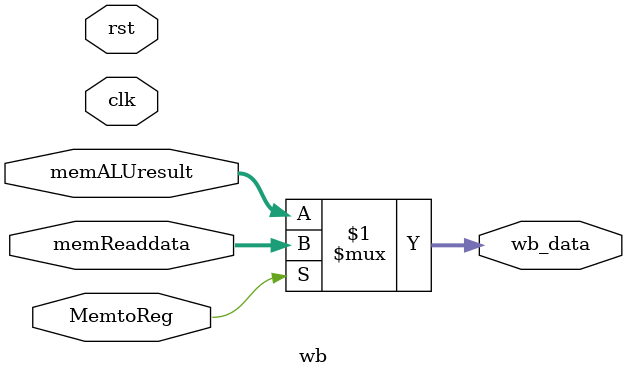
<source format=v>
`timescale 1ns / 1ps
module wb(
    input  wire        clk,
    input  wire        rst,
    input  wire        MemtoReg,
    input  wire [31:0] memReaddata,
    input  wire [31:0] memALUresult,
    output wire [31:0] wb_data
);
    assign wb_data = MemtoReg ? memReaddata : memALUresult;
endmodule

</source>
